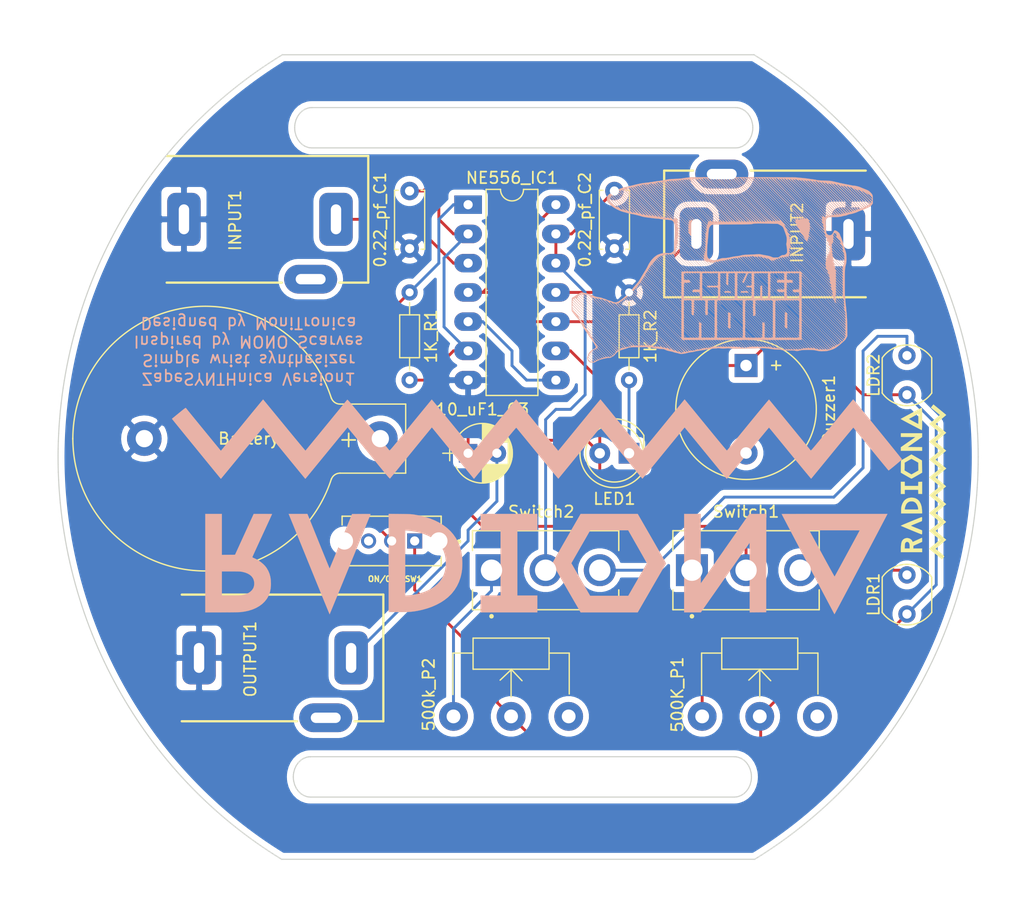
<source format=kicad_pcb>
(kicad_pcb (version 20171130) (host pcbnew "(5.1.12)-1")
  (layers (0 F.Cu signal) (31 B.Cu signal) (34 B.Paste user) (35 F.Paste user) (36 B.SilkS user) (37 F.SilkS user) (38 B.Mask user) (39 F.Mask user) (44 Edge.Cuts user))
  (net 0 "")
  (net 1 GND)
  (net 2 "Net-(0.22_pf_C1-Pad2)")
  (net 3 "Net-(0.22_pf_C2-Pad2)")
  (net 4 "Net-(10_uF1_C3-Pad1)")
  (net 5 "Net-(10_uF1_C3-Pad2)")
  (net 6 "Net-(10K_R1-Pad1)")
  (net 7 "Net-(1K_R2-Pad2)")
  (net 8 VCC)
  (net 9 "Net-(500K_P1-Pad3)")
  (net 10 "Net-(500K_P1-Pad1)")
  (net 11 "Net-(500k_P2-Pad3)")
  (net 12 "Net-(500k_P2-Pad1)")
  (net 13 "Net-(Baterija1-Pad1)")
  (net 14 "Net-(INPUT1-PadT)")
  (net 15 "Net-(INPUT2-PadT)")
  (net 16 "Net-(LDR1-Pad2)")
  (net 17 "Net-(LDR2-Pad2)")
  (net 18 "Net-(NE556_IC1-Pad5)")
  (net 19 "Net-(ON/OFF_SW1-Pad3)")
  (module cow3:kravamala (layer B.Cu) (at 177.8 109.22)
    (fp_text reference G*** hide)
    (fp_text value LOGO hide)
  )
  (module krava1:radionedisn (layer F.Cu) (at 154.94 78.74 90)
    (fp_text reference Ref** hide)
    (fp_text value Val** hide)
  )
  (module cow3:radionedisn (layer B.Cu) (at 143.51 120.65)
    (fp_text reference Ref** hide)
    (fp_text value Val** hide)
  )
  (module AudioJacks:Jack_3.5mm_QingPu_WQP-PJ302M_Horizontal (layer F.Cu) (at 114.34 116.84 270)
    (fp_text reference OUTPUT1 (at 0.1 -6.45 90) (layer F.SilkS))
    (fp_text value AudioJack3)
    (pad TN thru_hole oval (at 5.2 -13) (size 4.6 2.5) (drill oval 2.6 0.9) (layers *.Cu *.Mask))
    (pad T thru_hole roundrect (at 0 -15.2 270) (size 4.6 2.9) (drill oval 2.6 0.9) (layers *.Cu *.Mask) (net 5 "Net-(10_uF1_C3-Pad2)"))
    (pad S thru_hole roundrect (at 0 -2 270) (size 4.6 2.9) (drill oval 2.6 0.9) (layers *.Cu *.Mask) (net 1 GND))
  )
  (module AudioJacks:Jack_3.5mm_QingPu_WQP-PJ302M_Horizontal (layer F.Cu) (at 174.72 80.01 90)
    (fp_text reference INPUT2 (at 0.1 -6.45 90) (layer F.SilkS))
    (fp_text value AudioJack3)
    (pad TN thru_hole oval (at 5.2 -13 180) (size 4.6 2.5) (drill oval 2.6 0.9) (layers *.Cu *.Mask))
    (pad T thru_hole roundrect (at 0 -15.2 90) (size 4.6 2.9) (drill oval 2.6 0.9) (layers *.Cu *.Mask) (net 15 "Net-(INPUT2-PadT)"))
    (pad S thru_hole roundrect (at 0 -2 90) (size 4.6 2.9) (drill oval 2.6 0.9) (layers *.Cu *.Mask) (net 1 GND))
  )
  (module AudioJacks:Jack_3.5mm_QingPu_WQP-PJ302M_Horizontal (layer F.Cu) (at 113.03 78.74 270)
    (fp_text reference INPUT1 (at 0.1 -6.45 90) (layer F.SilkS))
    (fp_text value AudioJack3)
    (pad TN thru_hole oval (at 5.2 -13) (size 4.6 2.5) (drill oval 2.6 0.9) (layers *.Cu *.Mask))
    (pad T thru_hole roundrect (at 0 -15.2 270) (size 4.6 2.9) (drill oval 2.6 0.9) (layers *.Cu *.Mask) (net 14 "Net-(INPUT1-PadT)"))
    (pad S thru_hole roundrect (at 0 -2 270) (size 4.6 2.9) (drill oval 2.6 0.9) (layers *.Cu *.Mask) (net 1 GND))
  )
  (module Battery:BatteryHolder_Keystone_103_1x20mm (layer F.Cu) (at 132.08 97.79 180)
    (fp_text reference Battery (at 11.43 0) (layer F.SilkS))
    (fp_text value Battery_Cell)
    (fp_text user + (at 2.75 0) (layer F.SilkS) (effects (font (size 1.5 1.5))))
    (pad 1 thru_hole circle (at 0 0 180) (size 3 3) (drill 1.5) (layers *.Cu *.Mask) (net 13 "Net-(Baterija1-Pad1)"))
    (pad 2 thru_hole circle (at 20.49 0 180) (size 3 3) (drill 1.5) (layers *.Cu *.Mask) (net 1 GND))
  )
  (module SW_100:SW_100SP1T1B4M2QE (layer F.Cu) (at 146.43 109.22 90)
    (fp_text reference Switch2 (at 5.08 -0.38 180) (layer F.SilkS))
    (fp_text value SW_SPDT)
    (pad 3 thru_hole circle (at 0 4.7 90) (size 2.775 2.775) (drill 1.85) (layers *.Cu *.Mask) (net 17 "Net-(LDR2-Pad2)"))
    (pad 2 thru_hole circle (at 0 0 90) (size 2.775 2.775) (drill 1.85) (layers *.Cu *.Mask) (net 3 "Net-(0.22_pf_C2-Pad2)"))
    (pad 1 thru_hole rect (at 0 -4.7 90) (size 2.775 2.775) (drill 1.85) (layers *.Cu *.Mask) (net 12 "Net-(500k_P2-Pad1)"))
  )
  (module SW_100:SW_100SP1T1B4M2QE (layer F.Cu) (at 163.83 109.22 90)
    (fp_text reference Switch1 (at 5.08 0 180) (layer F.SilkS))
    (fp_text value SW_SPDT)
    (pad 3 thru_hole circle (at 0 4.7 90) (size 2.775 2.775) (drill 1.85) (layers *.Cu *.Mask) (net 16 "Net-(LDR1-Pad2)"))
    (pad 2 thru_hole circle (at 0 0 90) (size 2.775 2.775) (drill 1.85) (layers *.Cu *.Mask) (net 6 "Net-(10K_R1-Pad1)"))
    (pad 1 thru_hole rect (at 0 -4.7 90) (size 2.775 2.775) (drill 1.85) (layers *.Cu *.Mask) (net 10 "Net-(500K_P1-Pad1)"))
  )
  (module OS102011MS2QN:SW_OS102011MS2QN1 (layer F.Cu) (at 133.06 106.68 180)
    (fp_text reference ON/OFF_SW1 (at -0.29 -3.305417) (layer F.SilkS) (effects (font (size 0.48009 0.48009) (thickness 0.120023))))
    (fp_text value SW_SPDT)
    (pad None np_thru_hole circle (at 4.1 0 180) (size 1.5 1.5) (drill 1.5) (layers *.Cu *.Mask))
    (pad None np_thru_hole circle (at -4.1 0 180) (size 1.5 1.5) (drill 1.5) (layers *.Cu *.Mask))
    (pad 3 thru_hole circle (at 2 0 180) (size 1.308 1.308) (drill 0.8) (layers *.Cu *.Mask) (net 19 "Net-(ON/OFF_SW1-Pad3)"))
    (pad 2 thru_hole circle (at 0 0 180) (size 1.308 1.308) (drill 0.8) (layers *.Cu *.Mask) (net 13 "Net-(Baterija1-Pad1)"))
    (pad 1 thru_hole rect (at -2 0 180) (size 1.308 1.308) (drill 0.8) (layers *.Cu *.Mask) (net 8 VCC))
  )
  (module Housings_DIP:DIP-14_W7.62mm_LongPads (layer F.Cu) (at 139.7 77.47)
    (fp_text reference NE556_IC1 (at 3.81 -2.33) (layer F.SilkS))
    (fp_text value NE556N)
    (pad 1 thru_hole rect (at 0 0) (size 2.4 1.6) (drill 0.8) (layers *.Cu *.Mask) (net 6 "Net-(10K_R1-Pad1)"))
    (pad 8 thru_hole oval (at 7.62 15.24) (size 2.4 1.6) (drill 0.8) (layers *.Cu *.Mask) (net 18 "Net-(NE556_IC1-Pad5)"))
    (pad 2 thru_hole oval (at 0 2.54) (size 2.4 1.6) (drill 0.8) (layers *.Cu *.Mask) (net 2 "Net-(0.22_pf_C1-Pad2)"))
    (pad 9 thru_hole oval (at 7.62 12.7) (size 2.4 1.6) (drill 0.8) (layers *.Cu *.Mask) (net 4 "Net-(10_uF1_C3-Pad1)"))
    (pad 3 thru_hole oval (at 0 5.08) (size 2.4 1.6) (drill 0.8) (layers *.Cu *.Mask) (net 14 "Net-(INPUT1-PadT)"))
    (pad 10 thru_hole oval (at 7.62 10.16) (size 2.4 1.6) (drill 0.8) (layers *.Cu *.Mask) (net 8 VCC))
    (pad 4 thru_hole oval (at 0 7.62) (size 2.4 1.6) (drill 0.8) (layers *.Cu *.Mask) (net 8 VCC))
    (pad 11 thru_hole oval (at 7.62 7.62) (size 2.4 1.6) (drill 0.8) (layers *.Cu *.Mask) (net 15 "Net-(INPUT2-PadT)"))
    (pad 5 thru_hole oval (at 0 10.16) (size 2.4 1.6) (drill 0.8) (layers *.Cu *.Mask) (net 18 "Net-(NE556_IC1-Pad5)"))
    (pad 12 thru_hole oval (at 7.62 5.08) (size 2.4 1.6) (drill 0.8) (layers *.Cu *.Mask) (net 3 "Net-(0.22_pf_C2-Pad2)"))
    (pad 6 thru_hole oval (at 0 12.7) (size 2.4 1.6) (drill 0.8) (layers *.Cu *.Mask) (net 2 "Net-(0.22_pf_C1-Pad2)"))
    (pad 13 thru_hole oval (at 7.62 2.54) (size 2.4 1.6) (drill 0.8) (layers *.Cu *.Mask) (net 3 "Net-(0.22_pf_C2-Pad2)"))
    (pad 7 thru_hole oval (at 0 15.24) (size 2.4 1.6) (drill 0.8) (layers *.Cu *.Mask) (net 1 GND))
    (pad 14 thru_hole oval (at 7.62 0) (size 2.4 1.6) (drill 0.8) (layers *.Cu *.Mask) (net 8 VCC))
  )
  (module LEDs:LED_D5.0mm (layer F.Cu) (at 153.67 99.06 180)
    (fp_text reference LED1 (at 1.27 -3.96) (layer F.SilkS))
    (fp_text value LED)
    (pad 1 thru_hole rect (at 0 0 180) (size 1.8 1.8) (drill 0.9) (layers *.Cu *.Mask) (net 7 "Net-(1K_R2-Pad2)"))
    (pad 2 thru_hole circle (at 2.54 0 180) (size 1.8 1.8) (drill 0.9) (layers *.Cu *.Mask) (net 4 "Net-(10_uF1_C3-Pad1)"))
  )
  (module Opto-Devices:Resistor_LDR_5.1x4.3_RM3.4 (layer F.Cu) (at 177.8 93.98 90)
    (fp_text reference LDR2 (at 1.7 -2.9 90) (layer F.SilkS))
    (fp_text value 2)
    (pad 1 thru_hole circle (at 0 0 90) (size 1.5 1.5) (drill 0.8) (layers *.Cu *.Mask) (net 8 VCC))
    (pad 2 thru_hole circle (at 3.4 0 90) (size 1.5 1.5) (drill 0.8) (layers *.Cu *.Mask) (net 17 "Net-(LDR2-Pad2)"))
  )
  (module Opto-Devices:Resistor_LDR_5.1x4.3_RM3.4 (layer F.Cu) (at 177.8 113.03 90)
    (fp_text reference LDR1 (at 1.7 -2.9 90) (layer F.SilkS))
    (fp_text value 1)
    (pad 1 thru_hole circle (at 0 0 90) (size 1.5 1.5) (drill 0.8) (layers *.Cu *.Mask) (net 8 VCC))
    (pad 2 thru_hole circle (at 3.4 0 90) (size 1.5 1.5) (drill 0.8) (layers *.Cu *.Mask) (net 16 "Net-(LDR1-Pad2)"))
  )
  (module Buzzers_Beepers:Buzzer_12x9.5RM7.6 (layer F.Cu) (at 163.83 91.44 270)
    (fp_text reference Buzzer1 (at 3.8 -7.2 90) (layer F.SilkS))
    (fp_text value Buzzer)
    (fp_text user + (at -0.01 -2.54 90) (layer F.SilkS))
    (pad 1 thru_hole rect (at 0 0 270) (size 2 2) (drill 1) (layers *.Cu *.Mask) (net 8 VCC))
    (pad 2 thru_hole circle (at 7.6 0 270) (size 2 2) (drill 1) (layers *.Cu *.Mask) (net 4 "Net-(10_uF1_C3-Pad1)"))
  )
  (module Potentiometers:Potentiometer_WirePads (layer F.Cu) (at 138.43 121.92 90)
    (fp_text reference 500k_P2 (at 1.9 -2.15 90) (layer F.SilkS))
    (fp_text value 500K)
    (pad 2 thru_hole circle (at 0 5 90) (size 2.5 2.5) (drill 1.2) (layers *.Cu *.Mask) (net 8 VCC))
    (pad 3 thru_hole circle (at 0 10 90) (size 2.5 2.5) (drill 1.2) (layers *.Cu *.Mask) (net 11 "Net-(500k_P2-Pad3)"))
    (pad 1 thru_hole circle (at 0 0 90) (size 2.5 2.5) (drill 1.2) (layers *.Cu *.Mask) (net 12 "Net-(500k_P2-Pad1)"))
  )
  (module Potentiometers:Potentiometer_WirePads (layer F.Cu) (at 160.02 121.92 90)
    (fp_text reference 500K_P1 (at 1.9 -2.15 90) (layer F.SilkS))
    (fp_text value 500K)
    (pad 2 thru_hole circle (at 0 5 90) (size 2.5 2.5) (drill 1.2) (layers *.Cu *.Mask) (net 8 VCC))
    (pad 3 thru_hole circle (at 0 10 90) (size 2.5 2.5) (drill 1.2) (layers *.Cu *.Mask) (net 9 "Net-(500K_P1-Pad3)"))
    (pad 1 thru_hole circle (at 0 0 90) (size 2.5 2.5) (drill 1.2) (layers *.Cu *.Mask) (net 10 "Net-(500K_P1-Pad1)"))
  )
  (module Resistors_THT:R_Axial_DIN0204_L3.6mm_D1.6mm_P7.62mm_Horizontal (layer F.Cu) (at 153.67 85.09 270)
    (fp_text reference 1K_R2 (at 3.81 -1.86 90) (layer F.SilkS))
    (fp_text value "1 K")
    (pad 1 thru_hole circle (at 0 0 270) (size 1.4 1.4) (drill 0.7) (layers *.Cu *.Mask) (net 1 GND))
    (pad 2 thru_hole oval (at 7.62 0 270) (size 1.4 1.4) (drill 0.7) (layers *.Cu *.Mask) (net 7 "Net-(1K_R2-Pad2)"))
  )
  (module Resistors_THT:R_Axial_DIN0204_L3.6mm_D1.6mm_P7.62mm_Horizontal (layer F.Cu) (at 134.62 85.09 270)
    (fp_text reference 1K_R1 (at 3.81 -1.86 90) (layer F.SilkS))
    (fp_text value "1 K")
    (pad 1 thru_hole circle (at 0 0 270) (size 1.4 1.4) (drill 0.7) (layers *.Cu *.Mask) (net 6 "Net-(10K_R1-Pad1)"))
    (pad 2 thru_hole oval (at 7.62 0 270) (size 1.4 1.4) (drill 0.7) (layers *.Cu *.Mask) (net 2 "Net-(0.22_pf_C1-Pad2)"))
  )
  (module Capacitors_THT:CP_Radial_D5.0mm_P2.50mm (layer F.Cu) (at 139.7 99.06)
    (fp_text reference 10_uF1_C3 (at 1.25 -3.81) (layer F.SilkS))
    (fp_text value "CP ! 10 uF")
    (pad 1 thru_hole rect (at 0 0) (size 1.6 1.6) (drill 0.8) (layers *.Cu *.Mask) (net 4 "Net-(10_uF1_C3-Pad1)"))
    (pad 2 thru_hole circle (at 2.5 0) (size 1.6 1.6) (drill 0.8) (layers *.Cu *.Mask) (net 5 "Net-(10_uF1_C3-Pad2)"))
  )
  (module Capacitors_THT:C_Disc_D5.0mm_W2.5mm_P5.00mm (layer F.Cu) (at 152.4 81.28 90)
    (fp_text reference 0.22_pf_C2 (at 2.5 -2.56 90) (layer F.SilkS))
    (fp_text value "0.22 pf")
    (pad 1 thru_hole circle (at 0 0 90) (size 1.6 1.6) (drill 0.8) (layers *.Cu *.Mask) (net 1 GND))
    (pad 2 thru_hole circle (at 5 0 90) (size 1.6 1.6) (drill 0.8) (layers *.Cu *.Mask) (net 3 "Net-(0.22_pf_C2-Pad2)"))
  )
  (module Capacitors_THT:C_Disc_D5.0mm_W2.5mm_P5.00mm (layer F.Cu) (at 134.62 81.28 90)
    (fp_text reference 0.22_pf_C1 (at 2.5 -2.56 90) (layer F.SilkS))
    (fp_text value "0.22 pf")
    (pad 1 thru_hole circle (at 0 0 90) (size 1.6 1.6) (drill 0.8) (layers *.Cu *.Mask) (net 1 GND))
    (pad 2 thru_hole circle (at 5 0 90) (size 1.6 1.6) (drill 0.8) (layers *.Cu *.Mask) (net 2 "Net-(0.22_pf_C1-Pad2)"))
  )
  (module LOGO (layer F.Cu) (at 140.97 93.98)
    (fp_text reference G*** hide)
    (fp_text value LOGO hide)
  )
  (module LOGO (layer F.Cu) (at 140.97 93.98)
    (fp_text reference G*** hide)
    (fp_text value LOGO hide)
  )
  (module LOGO (layer F.Cu) (at 140.97 93.98)
    (fp_text reference G*** hide)
    (fp_text value LOGO hide)
  )
  (module LOGO (layer F.Cu) (at 140.97 93.98)
    (fp_text reference G*** hide)
    (fp_text value LOGO hide)
  )
  (module LOGO (layer F.Cu) (at 140.97 93.98)
    (fp_text reference G*** hide)
    (fp_text value LOGO hide)
  )
  (module LOGO (layer F.Cu) (at 140.97 93.98)
    (fp_text reference G*** hide)
    (fp_text value LOGO hide)
  )
  (module LOGO (layer F.Cu) (at 140.97 93.98)
    (fp_text reference G*** hide)
    (fp_text value LOGO hide)
  )
  (gr_text "ZapeSYNTHnica Version1\nSimple wrist synthesizer\nInspired by MONO Scarves\nDesigned by MoniTronica" (at 120.65 90.17 180) (layer B.SilkS) (effects (font (size 1 1)) (justify mirror)))
  (gr_line (start 164.5168 64.4464) (end 123.5675 64.4464) (layer Edge.Cuts) (width 0.1))
  (gr_line (start 123.5675 64.4464) (end 123.0063 64.7948) (layer Edge.Cuts) (width 0.1))
  (gr_line (start 123.0063 64.7948) (end 122.4518 65.1519) (layer Edge.Cuts) (width 0.1))
  (gr_line (start 122.4518 65.1519) (end 121.9044 65.5173) (layer Edge.Cuts) (width 0.1))
  (gr_line (start 121.9044 65.5173) (end 121.3639 65.8911) (layer Edge.Cuts) (width 0.1))
  (gr_line (start 121.3639 65.8911) (end 120.8304 66.273) (layer Edge.Cuts) (width 0.1))
  (gr_line (start 120.8304 66.273) (end 120.3042 66.6631) (layer Edge.Cuts) (width 0.1))
  (gr_line (start 120.3042 66.6631) (end 119.7851 67.0613) (layer Edge.Cuts) (width 0.1))
  (gr_line (start 119.7851 67.0613) (end 119.273 67.4672) (layer Edge.Cuts) (width 0.1))
  (gr_line (start 119.273 67.4672) (end 118.7685 67.8811) (layer Edge.Cuts) (width 0.1))
  (gr_line (start 118.7685 67.8811) (end 118.2714 68.3023) (layer Edge.Cuts) (width 0.1))
  (gr_line (start 118.2714 68.3023) (end 117.7817 68.7313) (layer Edge.Cuts) (width 0.1))
  (gr_line (start 117.7817 68.7313) (end 117.2995 69.1677) (layer Edge.Cuts) (width 0.1))
  (gr_line (start 117.2995 69.1677) (end 116.8248 69.6115) (layer Edge.Cuts) (width 0.1))
  (gr_line (start 116.8248 69.6115) (end 116.3578 70.0623) (layer Edge.Cuts) (width 0.1))
  (gr_line (start 116.3578 70.0623) (end 115.8985 70.5205) (layer Edge.Cuts) (width 0.1))
  (gr_line (start 115.8985 70.5205) (end 115.4469 70.9856) (layer Edge.Cuts) (width 0.1))
  (gr_line (start 115.4469 70.9856) (end 115.0031 71.4574) (layer Edge.Cuts) (width 0.1))
  (gr_line (start 115.0031 71.4574) (end 114.5673 71.9364) (layer Edge.Cuts) (width 0.1))
  (gr_line (start 114.5673 71.9364) (end 114.1393 72.4216) (layer Edge.Cuts) (width 0.1))
  (gr_line (start 114.1393 72.4216) (end 113.7194 72.9136) (layer Edge.Cuts) (width 0.1))
  (gr_line (start 113.7194 72.9136) (end 113.3075 73.4121) (layer Edge.Cuts) (width 0.1))
  (gr_line (start 113.3075 73.4121) (end 112.9037 73.9169) (layer Edge.Cuts) (width 0.1))
  (gr_line (start 112.9037 73.9169) (end 112.5082 74.4279) (layer Edge.Cuts) (width 0.1))
  (gr_line (start 112.5082 74.4279) (end 112.1208 74.9446) (layer Edge.Cuts) (width 0.1))
  (gr_line (start 112.1208 74.9446) (end 111.7418 75.468) (layer Edge.Cuts) (width 0.1))
  (gr_line (start 111.7418 75.468) (end 111.3711 75.9968) (layer Edge.Cuts) (width 0.1))
  (gr_line (start 111.3711 75.9968) (end 111.0088 76.5314) (layer Edge.Cuts) (width 0.1))
  (gr_line (start 111.0088 76.5314) (end 110.6552 77.072) (layer Edge.Cuts) (width 0.1))
  (gr_line (start 110.6552 77.072) (end 110.31 77.6181) (layer Edge.Cuts) (width 0.1))
  (gr_line (start 110.31 77.6181) (end 109.9735 78.1694) (layer Edge.Cuts) (width 0.1))
  (gr_line (start 109.9735 78.1694) (end 109.6456 78.7263) (layer Edge.Cuts) (width 0.1))
  (gr_line (start 109.6456 78.7263) (end 109.3264 79.288) (layer Edge.Cuts) (width 0.1))
  (gr_line (start 109.3264 79.288) (end 109.0161 79.8551) (layer Edge.Cuts) (width 0.1))
  (gr_line (start 109.0161 79.8551) (end 108.7146 80.4274) (layer Edge.Cuts) (width 0.1))
  (gr_line (start 108.7146 80.4274) (end 108.4221 81.0043) (layer Edge.Cuts) (width 0.1))
  (gr_line (start 108.4221 81.0043) (end 108.1386 81.5861) (layer Edge.Cuts) (width 0.1))
  (gr_line (start 108.1386 81.5861) (end 107.8641 82.1723) (layer Edge.Cuts) (width 0.1))
  (gr_line (start 107.8641 82.1723) (end 107.5986 82.7633) (layer Edge.Cuts) (width 0.1))
  (gr_line (start 107.5986 82.7633) (end 107.3424 83.3587) (layer Edge.Cuts) (width 0.1))
  (gr_line (start 107.3424 83.3587) (end 107.0955 83.9584) (layer Edge.Cuts) (width 0.1))
  (gr_line (start 107.0955 83.9584) (end 106.8578 84.5624) (layer Edge.Cuts) (width 0.1))
  (gr_line (start 106.8578 84.5624) (end 106.6295 85.1708) (layer Edge.Cuts) (width 0.1))
  (gr_line (start 106.6295 85.1708) (end 106.4105 85.7828) (layer Edge.Cuts) (width 0.1))
  (gr_line (start 106.4105 85.7828) (end 106.2012 86.3989) (layer Edge.Cuts) (width 0.1))
  (gr_line (start 106.2012 86.3989) (end 106.0013 87.0186) (layer Edge.Cuts) (width 0.1))
  (gr_line (start 106.0013 87.0186) (end 105.811 87.642) (layer Edge.Cuts) (width 0.1))
  (gr_line (start 105.811 87.642) (end 105.6304 88.2688) (layer Edge.Cuts) (width 0.1))
  (gr_line (start 105.6304 88.2688) (end 105.4595 88.8993) (layer Edge.Cuts) (width 0.1))
  (gr_line (start 105.4595 88.8993) (end 105.2986 89.5333) (layer Edge.Cuts) (width 0.1))
  (gr_line (start 105.2986 89.5333) (end 105.1473 90.1702) (layer Edge.Cuts) (width 0.1))
  (gr_line (start 105.1473 90.1702) (end 105.006 90.8104) (layer Edge.Cuts) (width 0.1))
  (gr_line (start 105.006 90.8104) (end 104.8747 91.4535) (layer Edge.Cuts) (width 0.1))
  (gr_line (start 104.8747 91.4535) (end 104.7534 92.0994) (layer Edge.Cuts) (width 0.1))
  (gr_line (start 104.7534 92.0994) (end 104.6422 92.7485) (layer Edge.Cuts) (width 0.1))
  (gr_line (start 104.6422 92.7485) (end 104.5412 93.3999) (layer Edge.Cuts) (width 0.1))
  (gr_line (start 104.5412 93.3999) (end 104.4505 94.0539) (layer Edge.Cuts) (width 0.1))
  (gr_line (start 104.4505 94.0539) (end 104.37 94.7102) (layer Edge.Cuts) (width 0.1))
  (gr_line (start 104.37 94.7102) (end 104.2999 95.3691) (layer Edge.Cuts) (width 0.1))
  (gr_line (start 104.2999 95.3691) (end 104.2401 96.0301) (layer Edge.Cuts) (width 0.1))
  (gr_line (start 104.2401 96.0301) (end 104.1909 96.6934) (layer Edge.Cuts) (width 0.1))
  (gr_line (start 104.1909 96.6934) (end 104.1522 97.3587) (layer Edge.Cuts) (width 0.1))
  (gr_line (start 104.1522 97.3587) (end 104.124 98.0255) (layer Edge.Cuts) (width 0.1))
  (gr_line (start 104.124 98.0255) (end 104.1066 98.6946) (layer Edge.Cuts) (width 0.1))
  (gr_line (start 104.1066 98.6946) (end 104.0998 99.3649) (layer Edge.Cuts) (width 0.1))
  (gr_line (start 104.0998 99.3649) (end 104.1052 100.0358) (layer Edge.Cuts) (width 0.1))
  (gr_line (start 104.1052 100.0358) (end 104.1213 100.7048) (layer Edge.Cuts) (width 0.1))
  (gr_line (start 104.1213 100.7048) (end 104.1481 101.3723) (layer Edge.Cuts) (width 0.1))
  (gr_line (start 104.1481 101.3723) (end 104.1855 102.0376) (layer Edge.Cuts) (width 0.1))
  (gr_line (start 104.1855 102.0376) (end 104.2334 102.7012) (layer Edge.Cuts) (width 0.1))
  (gr_line (start 104.2334 102.7012) (end 104.2919 103.3625) (layer Edge.Cuts) (width 0.1))
  (gr_line (start 104.2919 103.3625) (end 104.3607 104.0217) (layer Edge.Cuts) (width 0.1))
  (gr_line (start 104.3607 104.0217) (end 104.4398 104.6787) (layer Edge.Cuts) (width 0.1))
  (gr_line (start 104.4398 104.6787) (end 104.5294 105.333) (layer Edge.Cuts) (width 0.1))
  (gr_line (start 104.5294 105.333) (end 104.6291 105.9847) (layer Edge.Cuts) (width 0.1))
  (gr_line (start 104.6291 105.9847) (end 104.7391 106.6341) (layer Edge.Cuts) (width 0.1))
  (gr_line (start 104.7391 106.6341) (end 104.8591 107.2806) (layer Edge.Cuts) (width 0.1))
  (gr_line (start 104.8591 107.2806) (end 104.9892 107.9241) (layer Edge.Cuts) (width 0.1))
  (gr_line (start 104.9892 107.9241) (end 105.1293 108.5647) (layer Edge.Cuts) (width 0.1))
  (gr_line (start 105.1293 108.5647) (end 105.2793 109.2024) (layer Edge.Cuts) (width 0.1))
  (gr_line (start 105.2793 109.2024) (end 105.4391 109.8365) (layer Edge.Cuts) (width 0.1))
  (gr_line (start 105.4391 109.8365) (end 105.6088 110.4677) (layer Edge.Cuts) (width 0.1))
  (gr_line (start 105.6088 110.4677) (end 105.7882 111.0952) (layer Edge.Cuts) (width 0.1))
  (gr_line (start 105.7882 111.0952) (end 105.9774 111.7192) (layer Edge.Cuts) (width 0.1))
  (gr_line (start 105.9774 111.7192) (end 106.1761 112.3396) (layer Edge.Cuts) (width 0.1))
  (gr_line (start 106.1761 112.3396) (end 106.3843 112.9563) (layer Edge.Cuts) (width 0.1))
  (gr_line (start 106.3843 112.9563) (end 106.6022 113.5688) (layer Edge.Cuts) (width 0.1))
  (gr_line (start 106.6022 113.5688) (end 106.8294 114.1775) (layer Edge.Cuts) (width 0.1))
  (gr_line (start 106.8294 114.1775) (end 107.066 114.7821) (layer Edge.Cuts) (width 0.1))
  (gr_line (start 107.066 114.7821) (end 107.3118 115.3828) (layer Edge.Cuts) (width 0.1))
  (gr_line (start 107.3118 115.3828) (end 107.567 115.9788) (layer Edge.Cuts) (width 0.1))
  (gr_line (start 107.567 115.9788) (end 107.8314 116.5705) (layer Edge.Cuts) (width 0.1))
  (gr_line (start 107.8314 116.5705) (end 108.1048 117.1575) (layer Edge.Cuts) (width 0.1))
  (gr_line (start 108.1048 117.1575) (end 108.3873 117.74) (layer Edge.Cuts) (width 0.1))
  (gr_line (start 108.3873 117.74) (end 108.6789 118.3178) (layer Edge.Cuts) (width 0.1))
  (gr_line (start 108.6789 118.3178) (end 108.9794 118.8907) (layer Edge.Cuts) (width 0.1))
  (gr_line (start 108.9794 118.8907) (end 109.2887 119.4584) (layer Edge.Cuts) (width 0.1))
  (gr_line (start 109.2887 119.4584) (end 109.6069 120.0211) (layer Edge.Cuts) (width 0.1))
  (gr_line (start 109.6069 120.0211) (end 109.9339 120.5789) (layer Edge.Cuts) (width 0.1))
  (gr_line (start 109.9339 120.5789) (end 110.2695 121.1311) (layer Edge.Cuts) (width 0.1))
  (gr_line (start 110.2695 121.1311) (end 110.6137 121.6778) (layer Edge.Cuts) (width 0.1))
  (gr_line (start 110.6137 121.6778) (end 110.9665 122.2189) (layer Edge.Cuts) (width 0.1))
  (gr_line (start 110.9665 122.2189) (end 111.3279 122.7545) (layer Edge.Cuts) (width 0.1))
  (gr_line (start 111.3279 122.7545) (end 111.6978 123.2844) (layer Edge.Cuts) (width 0.1))
  (gr_line (start 111.6978 123.2844) (end 112.0758 123.8085) (layer Edge.Cuts) (width 0.1))
  (gr_line (start 112.0758 123.8085) (end 112.4624 124.3262) (layer Edge.Cuts) (width 0.1))
  (gr_line (start 112.4624 124.3262) (end 112.8571 124.8381) (layer Edge.Cuts) (width 0.1))
  (gr_line (start 112.8571 124.8381) (end 113.2601 125.3438) (layer Edge.Cuts) (width 0.1))
  (gr_line (start 113.2601 125.3438) (end 113.6712 125.8431) (layer Edge.Cuts) (width 0.1))
  (gr_line (start 113.6712 125.8431) (end 114.0904 126.3362) (layer Edge.Cuts) (width 0.1))
  (gr_line (start 114.0904 126.3362) (end 114.5176 126.8224) (layer Edge.Cuts) (width 0.1))
  (gr_line (start 114.5176 126.8224) (end 114.9527 127.3023) (layer Edge.Cuts) (width 0.1))
  (gr_line (start 114.9527 127.3023) (end 115.3958 127.775) (layer Edge.Cuts) (width 0.1))
  (gr_line (start 115.3958 127.775) (end 115.8466 128.2413) (layer Edge.Cuts) (width 0.1))
  (gr_line (start 115.8466 128.2413) (end 116.3053 128.7002) (layer Edge.Cuts) (width 0.1))
  (gr_line (start 116.3053 128.7002) (end 116.7716 129.1522) (layer Edge.Cuts) (width 0.1))
  (gr_line (start 116.7716 129.1522) (end 117.2457 129.5969) (layer Edge.Cuts) (width 0.1))
  (gr_line (start 117.2457 129.5969) (end 117.7272 130.0345) (layer Edge.Cuts) (width 0.1))
  (gr_line (start 117.7272 130.0345) (end 118.2163 130.4644) (layer Edge.Cuts) (width 0.1))
  (gr_line (start 118.2163 130.4644) (end 118.7129 130.8869) (layer Edge.Cuts) (width 0.1))
  (gr_line (start 118.7129 130.8869) (end 119.2168 131.3017) (layer Edge.Cuts) (width 0.1))
  (gr_line (start 119.2168 131.3017) (end 119.7283 131.7088) (layer Edge.Cuts) (width 0.1))
  (gr_line (start 119.7283 131.7088) (end 120.2467 132.1079) (layer Edge.Cuts) (width 0.1))
  (gr_line (start 120.2467 132.1079) (end 120.7724 132.499) (layer Edge.Cuts) (width 0.1))
  (gr_line (start 120.7724 132.499) (end 121.3053 132.882) (layer Edge.Cuts) (width 0.1))
  (gr_line (start 121.3053 132.882) (end 121.8455 133.2571) (layer Edge.Cuts) (width 0.1))
  (gr_line (start 121.8455 133.2571) (end 122.3926 133.6234) (layer Edge.Cuts) (width 0.1))
  (gr_line (start 122.3926 133.6234) (end 122.9464 133.9815) (layer Edge.Cuts) (width 0.1))
  (gr_line (start 122.9464 133.9815) (end 123.5074 134.3311) (layer Edge.Cuts) (width 0.1))
  (gr_line (start 123.5074 134.3311) (end 164.5769 134.3311) (layer Edge.Cuts) (width 0.1))
  (gr_line (start 164.5769 134.3311) (end 165.1376 133.9815) (layer Edge.Cuts) (width 0.1))
  (gr_line (start 165.1376 133.9815) (end 165.6917 133.6234) (layer Edge.Cuts) (width 0.1))
  (gr_line (start 165.6917 133.6234) (end 166.2388 133.2571) (layer Edge.Cuts) (width 0.1))
  (gr_line (start 166.2388 133.2571) (end 166.779 132.882) (layer Edge.Cuts) (width 0.1))
  (gr_line (start 166.779 132.882) (end 167.3119 132.499) (layer Edge.Cuts) (width 0.1))
  (gr_line (start 167.3119 132.499) (end 167.8377 132.1079) (layer Edge.Cuts) (width 0.1))
  (gr_line (start 167.8377 132.1079) (end 168.3561 131.7088) (layer Edge.Cuts) (width 0.1))
  (gr_line (start 168.3561 131.7088) (end 168.8675 131.3017) (layer Edge.Cuts) (width 0.1))
  (gr_line (start 168.8675 131.3017) (end 169.3715 130.8869) (layer Edge.Cuts) (width 0.1))
  (gr_line (start 169.3715 130.8869) (end 169.8679 130.4644) (layer Edge.Cuts) (width 0.1))
  (gr_line (start 169.8679 130.4644) (end 170.3571 130.0345) (layer Edge.Cuts) (width 0.1))
  (gr_line (start 170.3571 130.0345) (end 170.8386 129.5969) (layer Edge.Cuts) (width 0.1))
  (gr_line (start 170.8386 129.5969) (end 171.3127 129.1522) (layer Edge.Cuts) (width 0.1))
  (gr_line (start 171.3127 129.1522) (end 171.7789 128.7002) (layer Edge.Cuts) (width 0.1))
  (gr_line (start 171.7789 128.7002) (end 172.2376 128.2413) (layer Edge.Cuts) (width 0.1))
  (gr_line (start 172.2376 128.2413) (end 172.6883 127.775) (layer Edge.Cuts) (width 0.1))
  (gr_line (start 172.6883 127.775) (end 173.1316 127.3023) (layer Edge.Cuts) (width 0.1))
  (gr_line (start 173.1316 127.3023) (end 173.5667 126.8224) (layer Edge.Cuts) (width 0.1))
  (gr_line (start 173.5667 126.8224) (end 173.994 126.3362) (layer Edge.Cuts) (width 0.1))
  (gr_line (start 173.994 126.3362) (end 174.413 125.8431) (layer Edge.Cuts) (width 0.1))
  (gr_line (start 174.413 125.8431) (end 174.824 125.3438) (layer Edge.Cuts) (width 0.1))
  (gr_line (start 174.824 125.3438) (end 175.2272 124.8381) (layer Edge.Cuts) (width 0.1))
  (gr_line (start 175.2272 124.8381) (end 175.6218 124.3262) (layer Edge.Cuts) (width 0.1))
  (gr_line (start 175.6218 124.3262) (end 176.0083 123.8085) (layer Edge.Cuts) (width 0.1))
  (gr_line (start 176.0083 123.8085) (end 176.3866 123.2844) (layer Edge.Cuts) (width 0.1))
  (gr_line (start 176.3866 123.2844) (end 176.7565 122.7545) (layer Edge.Cuts) (width 0.1))
  (gr_line (start 176.7565 122.7545) (end 177.1177 122.2189) (layer Edge.Cuts) (width 0.1))
  (gr_line (start 177.1177 122.2189) (end 177.4706 121.6778) (layer Edge.Cuts) (width 0.1))
  (gr_line (start 177.4706 121.6778) (end 177.8148 121.1311) (layer Edge.Cuts) (width 0.1))
  (gr_line (start 177.8148 121.1311) (end 178.1505 120.5789) (layer Edge.Cuts) (width 0.1))
  (gr_line (start 178.1505 120.5789) (end 178.4773 120.0211) (layer Edge.Cuts) (width 0.1))
  (gr_line (start 178.4773 120.0211) (end 178.7955 119.4584) (layer Edge.Cuts) (width 0.1))
  (gr_line (start 178.7955 119.4584) (end 179.105 118.8907) (layer Edge.Cuts) (width 0.1))
  (gr_line (start 179.105 118.8907) (end 179.4054 118.3178) (layer Edge.Cuts) (width 0.1))
  (gr_line (start 179.4054 118.3178) (end 179.6969 117.74) (layer Edge.Cuts) (width 0.1))
  (gr_line (start 179.6969 117.74) (end 179.9795 117.1575) (layer Edge.Cuts) (width 0.1))
  (gr_line (start 179.9795 117.1575) (end 180.253 116.5705) (layer Edge.Cuts) (width 0.1))
  (gr_line (start 180.253 116.5705) (end 180.5172 115.9788) (layer Edge.Cuts) (width 0.1))
  (gr_line (start 180.5172 115.9788) (end 180.7724 115.3828) (layer Edge.Cuts) (width 0.1))
  (gr_line (start 180.7724 115.3828) (end 181.0184 114.7821) (layer Edge.Cuts) (width 0.1))
  (gr_line (start 181.0184 114.7821) (end 181.2549 114.1775) (layer Edge.Cuts) (width 0.1))
  (gr_line (start 181.2549 114.1775) (end 181.4823 113.5688) (layer Edge.Cuts) (width 0.1))
  (gr_line (start 181.4823 113.5688) (end 181.7 112.9563) (layer Edge.Cuts) (width 0.1))
  (gr_line (start 181.7 112.9563) (end 181.9082 112.3396) (layer Edge.Cuts) (width 0.1))
  (gr_line (start 181.9082 112.3396) (end 182.1069 111.7192) (layer Edge.Cuts) (width 0.1))
  (gr_line (start 182.1069 111.7192) (end 182.296 111.0952) (layer Edge.Cuts) (width 0.1))
  (gr_line (start 182.296 111.0952) (end 182.4754 110.4677) (layer Edge.Cuts) (width 0.1))
  (gr_line (start 182.4754 110.4677) (end 182.6451 109.8365) (layer Edge.Cuts) (width 0.1))
  (gr_line (start 182.6451 109.8365) (end 182.8051 109.2024) (layer Edge.Cuts) (width 0.1))
  (gr_line (start 182.8051 109.2024) (end 182.9551 108.5647) (layer Edge.Cuts) (width 0.1))
  (gr_line (start 182.9551 108.5647) (end 183.0952 107.9241) (layer Edge.Cuts) (width 0.1))
  (gr_line (start 183.0952 107.9241) (end 183.2251 107.2806) (layer Edge.Cuts) (width 0.1))
  (gr_line (start 183.2251 107.2806) (end 183.3453 106.6341) (layer Edge.Cuts) (width 0.1))
  (gr_line (start 183.3453 106.6341) (end 183.4552 105.9847) (layer Edge.Cuts) (width 0.1))
  (gr_line (start 183.4552 105.9847) (end 183.5548 105.333) (layer Edge.Cuts) (width 0.1))
  (gr_line (start 183.5548 105.333) (end 183.6445 104.6787) (layer Edge.Cuts) (width 0.1))
  (gr_line (start 183.6445 104.6787) (end 183.7236 104.0217) (layer Edge.Cuts) (width 0.1))
  (gr_line (start 183.7236 104.0217) (end 183.7924 103.3626) (layer Edge.Cuts) (width 0.1))
  (gr_line (start 183.7924 103.3626) (end 183.851 102.7012) (layer Edge.Cuts) (width 0.1))
  (gr_line (start 183.851 102.7012) (end 183.8987 102.0376) (layer Edge.Cuts) (width 0.1))
  (gr_line (start 183.8987 102.0376) (end 183.9361 101.3723) (layer Edge.Cuts) (width 0.1))
  (gr_line (start 183.9361 101.3723) (end 183.963 100.7048) (layer Edge.Cuts) (width 0.1))
  (gr_line (start 183.963 100.7048) (end 183.979 100.0358) (layer Edge.Cuts) (width 0.1))
  (gr_line (start 183.979 100.0358) (end 183.9844 99.3649) (layer Edge.Cuts) (width 0.1))
  (gr_line (start 183.9844 99.3649) (end 183.9778 98.6946) (layer Edge.Cuts) (width 0.1))
  (gr_line (start 183.9778 98.6946) (end 183.9603 98.0255) (layer Edge.Cuts) (width 0.1))
  (gr_line (start 183.9603 98.0255) (end 183.9322 97.3587) (layer Edge.Cuts) (width 0.1))
  (gr_line (start 183.9322 97.3587) (end 183.8936 96.6934) (layer Edge.Cuts) (width 0.1))
  (gr_line (start 183.8936 96.6934) (end 183.844 96.0301) (layer Edge.Cuts) (width 0.1))
  (gr_line (start 183.844 96.0301) (end 183.7847 95.3691) (layer Edge.Cuts) (width 0.1))
  (gr_line (start 183.7847 95.3691) (end 183.7143 94.7102) (layer Edge.Cuts) (width 0.1))
  (gr_line (start 183.7143 94.7102) (end 183.634 94.0539) (layer Edge.Cuts) (width 0.1))
  (gr_line (start 183.634 94.0539) (end 183.5431 93.3999) (layer Edge.Cuts) (width 0.1))
  (gr_line (start 183.5431 93.3999) (end 183.4422 92.7485) (layer Edge.Cuts) (width 0.1))
  (gr_line (start 183.4422 92.7485) (end 183.3308 92.0994) (layer Edge.Cuts) (width 0.1))
  (gr_line (start 183.3308 92.0994) (end 183.2097 91.4535) (layer Edge.Cuts) (width 0.1))
  (gr_line (start 183.2097 91.4535) (end 183.0783 90.8104) (layer Edge.Cuts) (width 0.1))
  (gr_line (start 183.0783 90.8104) (end 182.937 90.1702) (layer Edge.Cuts) (width 0.1))
  (gr_line (start 182.937 90.1702) (end 182.7858 89.5333) (layer Edge.Cuts) (width 0.1))
  (gr_line (start 182.7858 89.5333) (end 182.6249 88.8993) (layer Edge.Cuts) (width 0.1))
  (gr_line (start 182.6249 88.8993) (end 182.4539 88.2688) (layer Edge.Cuts) (width 0.1))
  (gr_line (start 182.4539 88.2688) (end 182.2734 87.642) (layer Edge.Cuts) (width 0.1))
  (gr_line (start 182.2734 87.642) (end 182.0831 87.0186) (layer Edge.Cuts) (width 0.1))
  (gr_line (start 182.0831 87.0186) (end 181.8833 86.3989) (layer Edge.Cuts) (width 0.1))
  (gr_line (start 181.8833 86.3989) (end 181.6737 85.7828) (layer Edge.Cuts) (width 0.1))
  (gr_line (start 181.6737 85.7828) (end 181.4548 85.1708) (layer Edge.Cuts) (width 0.1))
  (gr_line (start 181.4548 85.1708) (end 181.2265 84.5624) (layer Edge.Cuts) (width 0.1))
  (gr_line (start 181.2265 84.5624) (end 180.9889 83.9584) (layer Edge.Cuts) (width 0.1))
  (gr_line (start 180.9889 83.9584) (end 180.7419 83.3587) (layer Edge.Cuts) (width 0.1))
  (gr_line (start 180.7419 83.3587) (end 180.4858 82.7633) (layer Edge.Cuts) (width 0.1))
  (gr_line (start 180.4858 82.7633) (end 180.2204 82.1723) (layer Edge.Cuts) (width 0.1))
  (gr_line (start 180.2204 82.1723) (end 179.9457 81.5861) (layer Edge.Cuts) (width 0.1))
  (gr_line (start 179.9457 81.5861) (end 179.6621 81.0043) (layer Edge.Cuts) (width 0.1))
  (gr_line (start 179.6621 81.0043) (end 179.3698 80.4274) (layer Edge.Cuts) (width 0.1))
  (gr_line (start 179.3698 80.4274) (end 179.0683 79.8551) (layer Edge.Cuts) (width 0.1))
  (gr_line (start 179.0683 79.8551) (end 178.7578 79.288) (layer Edge.Cuts) (width 0.1))
  (gr_line (start 178.7578 79.288) (end 178.4386 78.7263) (layer Edge.Cuts) (width 0.1))
  (gr_line (start 178.4386 78.7263) (end 178.1111 78.1694) (layer Edge.Cuts) (width 0.1))
  (gr_line (start 178.1111 78.1694) (end 177.7744 77.6181) (layer Edge.Cuts) (width 0.1))
  (gr_line (start 177.7744 77.6181) (end 177.4292 77.072) (layer Edge.Cuts) (width 0.1))
  (gr_line (start 177.4292 77.072) (end 177.0754 76.5314) (layer Edge.Cuts) (width 0.1))
  (gr_line (start 177.0754 76.5314) (end 176.7133 75.9968) (layer Edge.Cuts) (width 0.1))
  (gr_line (start 176.7133 75.9968) (end 176.3426 75.468) (layer Edge.Cuts) (width 0.1))
  (gr_line (start 176.3426 75.468) (end 175.9636 74.9446) (layer Edge.Cuts) (width 0.1))
  (gr_line (start 175.9636 74.9446) (end 175.5762 74.4279) (layer Edge.Cuts) (width 0.1))
  (gr_line (start 175.5762 74.4279) (end 175.1807 73.9169) (layer Edge.Cuts) (width 0.1))
  (gr_line (start 175.1807 73.9169) (end 174.7769 73.4121) (layer Edge.Cuts) (width 0.1))
  (gr_line (start 174.7769 73.4121) (end 174.3651 72.9136) (layer Edge.Cuts) (width 0.1))
  (gr_line (start 174.3651 72.9136) (end 173.9451 72.4216) (layer Edge.Cuts) (width 0.1))
  (gr_line (start 173.9451 72.4216) (end 173.517 71.9364) (layer Edge.Cuts) (width 0.1))
  (gr_line (start 173.517 71.9364) (end 173.0812 71.4574) (layer Edge.Cuts) (width 0.1))
  (gr_line (start 173.0812 71.4574) (end 172.6373 70.9856) (layer Edge.Cuts) (width 0.1))
  (gr_line (start 172.6373 70.9856) (end 172.186 70.5205) (layer Edge.Cuts) (width 0.1))
  (gr_line (start 172.186 70.5205) (end 171.7264 70.0623) (layer Edge.Cuts) (width 0.1))
  (gr_line (start 171.7264 70.0623) (end 171.2596 69.6115) (layer Edge.Cuts) (width 0.1))
  (gr_line (start 171.2596 69.6115) (end 170.7849 69.1677) (layer Edge.Cuts) (width 0.1))
  (gr_line (start 170.7849 69.1677) (end 170.3027 68.7313) (layer Edge.Cuts) (width 0.1))
  (gr_line (start 170.3027 68.7313) (end 169.813 68.3023) (layer Edge.Cuts) (width 0.1))
  (gr_line (start 169.813 68.3023) (end 169.3157 67.8811) (layer Edge.Cuts) (width 0.1))
  (gr_line (start 169.3157 67.8811) (end 168.8112 67.4672) (layer Edge.Cuts) (width 0.1))
  (gr_line (start 168.8112 67.4672) (end 168.2993 67.0613) (layer Edge.Cuts) (width 0.1))
  (gr_line (start 168.2993 67.0613) (end 167.7803 66.6631) (layer Edge.Cuts) (width 0.1))
  (gr_line (start 167.7803 66.6631) (end 167.254 66.273) (layer Edge.Cuts) (width 0.1))
  (gr_line (start 167.254 66.273) (end 166.7205 65.8911) (layer Edge.Cuts) (width 0.1))
  (gr_line (start 166.7205 65.8911) (end 166.1799 65.5173) (layer Edge.Cuts) (width 0.1))
  (gr_line (start 166.1799 65.5173) (end 165.6325 65.1519) (layer Edge.Cuts) (width 0.1))
  (gr_line (start 165.6325 65.1519) (end 165.0782 64.7948) (layer Edge.Cuts) (width 0.1))
  (gr_line (start 165.0782 64.7948) (end 164.5168 64.4464) (layer Edge.Cuts) (width 0.1))
  (gr_line (start 164.5168 64.4464) (end 164.5168 64.4464) (layer Edge.Cuts) (width 0.1))
  (gr_line (start 164.5168 64.4464) (end 164.5168 64.4464) (layer Edge.Cuts) (width 0.1))
  (gr_line (start 126.1323 69.0339) (end 162.9245 69.0339) (layer Edge.Cuts) (width 0.1))
  (gr_line (start 162.9245 69.0339) (end 163.0775 69.0417) (layer Edge.Cuts) (width 0.1))
  (gr_line (start 163.0775 69.0417) (end 163.226 69.0679) (layer Edge.Cuts) (width 0.1))
  (gr_line (start 163.226 69.0679) (end 163.5063 69.1698) (layer Edge.Cuts) (width 0.1))
  (gr_line (start 163.5063 69.1698) (end 163.7596 69.3311) (layer Edge.Cuts) (width 0.1))
  (gr_line (start 163.7596 69.3311) (end 163.9802 69.5448) (layer Edge.Cuts) (width 0.1))
  (gr_line (start 163.9802 69.5448) (end 164.162 69.8042) (layer Edge.Cuts) (width 0.1))
  (gr_line (start 164.162 69.8042) (end 164.2993 70.1021) (layer Edge.Cuts) (width 0.1))
  (gr_line (start 164.2993 70.1021) (end 164.386 70.4316) (layer Edge.Cuts) (width 0.1))
  (gr_line (start 164.386 70.4316) (end 164.4085 70.6062) (layer Edge.Cuts) (width 0.1))
  (gr_line (start 164.4085 70.6062) (end 164.4162 70.786) (layer Edge.Cuts) (width 0.1))
  (gr_line (start 164.4162 70.786) (end 164.4162 70.786) (layer Edge.Cuts) (width 0.1))
  (gr_line (start 164.4162 70.786) (end 164.4085 70.9658) (layer Edge.Cuts) (width 0.1))
  (gr_line (start 164.4085 70.9658) (end 164.386 71.1402) (layer Edge.Cuts) (width 0.1))
  (gr_line (start 164.386 71.1402) (end 164.2993 71.4698) (layer Edge.Cuts) (width 0.1))
  (gr_line (start 164.2993 71.4698) (end 164.162 71.7678) (layer Edge.Cuts) (width 0.1))
  (gr_line (start 164.162 71.7678) (end 163.9802 72.027) (layer Edge.Cuts) (width 0.1))
  (gr_line (start 163.9802 72.027) (end 163.7596 72.2409) (layer Edge.Cuts) (width 0.1))
  (gr_line (start 163.7596 72.2409) (end 163.5063 72.4022) (layer Edge.Cuts) (width 0.1))
  (gr_line (start 163.5063 72.4022) (end 163.226 72.5041) (layer Edge.Cuts) (width 0.1))
  (gr_line (start 163.226 72.5041) (end 163.0775 72.5303) (layer Edge.Cuts) (width 0.1))
  (gr_line (start 163.0775 72.5303) (end 162.9245 72.5382) (layer Edge.Cuts) (width 0.1))
  (gr_line (start 162.9245 72.5382) (end 126.1323 72.5382) (layer Edge.Cuts) (width 0.1))
  (gr_line (start 126.1323 72.5382) (end 125.9794 72.5303) (layer Edge.Cuts) (width 0.1))
  (gr_line (start 125.9794 72.5303) (end 125.831 72.5041) (layer Edge.Cuts) (width 0.1))
  (gr_line (start 125.831 72.5041) (end 125.5507 72.4022) (layer Edge.Cuts) (width 0.1))
  (gr_line (start 125.5507 72.4022) (end 125.2972 72.2409) (layer Edge.Cuts) (width 0.1))
  (gr_line (start 125.2972 72.2409) (end 125.0766 72.027) (layer Edge.Cuts) (width 0.1))
  (gr_line (start 125.0766 72.027) (end 124.8947 71.7677) (layer Edge.Cuts) (width 0.1))
  (gr_line (start 124.8947 71.7677) (end 124.7576 71.4698) (layer Edge.Cuts) (width 0.1))
  (gr_line (start 124.7576 71.4698) (end 124.6709 71.1402) (layer Edge.Cuts) (width 0.1))
  (gr_line (start 124.6709 71.1402) (end 124.6484 70.9658) (layer Edge.Cuts) (width 0.1))
  (gr_line (start 124.6484 70.9658) (end 124.6407 70.786) (layer Edge.Cuts) (width 0.1))
  (gr_line (start 124.6407 70.786) (end 124.6407 70.786) (layer Edge.Cuts) (width 0.1))
  (gr_line (start 124.6407 70.786) (end 124.6484 70.6062) (layer Edge.Cuts) (width 0.1))
  (gr_line (start 124.6484 70.6062) (end 124.6709 70.4316) (layer Edge.Cuts) (width 0.1))
  (gr_line (start 124.6709 70.4316) (end 124.7576 70.102) (layer Edge.Cuts) (width 0.1))
  (gr_line (start 124.7576 70.102) (end 124.8947 69.8042) (layer Edge.Cuts) (width 0.1))
  (gr_line (start 124.8947 69.8042) (end 125.0766 69.5448) (layer Edge.Cuts) (width 0.1))
  (gr_line (start 125.0766 69.5448) (end 125.2972 69.331) (layer Edge.Cuts) (width 0.1))
  (gr_line (start 125.2972 69.331) (end 125.5507 69.1697) (layer Edge.Cuts) (width 0.1))
  (gr_line (start 125.5507 69.1697) (end 125.831 69.0678) (layer Edge.Cuts) (width 0.1))
  (gr_line (start 125.831 69.0678) (end 125.9794 69.0417) (layer Edge.Cuts) (width 0.1))
  (gr_line (start 125.9794 69.0417) (end 126.1323 69.0339) (layer Edge.Cuts) (width 0.1))
  (gr_line (start 126.1323 69.0339) (end 126.1323 69.0339) (layer Edge.Cuts) (width 0.1))
  (gr_line (start 126.1323 69.0339) (end 126.1323 69.0339) (layer Edge.Cuts) (width 0.1))
  (gr_line (start 126.0155 125.4219) (end 162.8078 125.4219) (layer Edge.Cuts) (width 0.1))
  (gr_line (start 162.8078 125.4219) (end 162.9607 125.4297) (layer Edge.Cuts) (width 0.1))
  (gr_line (start 162.9607 125.4297) (end 163.1091 125.4558) (layer Edge.Cuts) (width 0.1))
  (gr_line (start 163.1091 125.4558) (end 163.3894 125.5577) (layer Edge.Cuts) (width 0.1))
  (gr_line (start 163.3894 125.5577) (end 163.6428 125.719) (layer Edge.Cuts) (width 0.1))
  (gr_line (start 163.6428 125.719) (end 163.8635 125.9329) (layer Edge.Cuts) (width 0.1))
  (gr_line (start 163.8635 125.9329) (end 164.0453 126.1921) (layer Edge.Cuts) (width 0.1))
  (gr_line (start 164.0453 126.1921) (end 164.1824 126.4901) (layer Edge.Cuts) (width 0.1))
  (gr_line (start 164.1824 126.4901) (end 164.2692 126.8197) (layer Edge.Cuts) (width 0.1))
  (gr_line (start 164.2692 126.8197) (end 164.2916 126.9941) (layer Edge.Cuts) (width 0.1))
  (gr_line (start 164.2916 126.9941) (end 164.2994 127.1739) (layer Edge.Cuts) (width 0.1))
  (gr_line (start 164.2994 127.1739) (end 164.2994 127.1739) (layer Edge.Cuts) (width 0.1))
  (gr_line (start 164.2994 127.1739) (end 164.2916 127.3537) (layer Edge.Cuts) (width 0.1))
  (gr_line (start 164.2916 127.3537) (end 164.2692 127.5283) (layer Edge.Cuts) (width 0.1))
  (gr_line (start 164.2692 127.5283) (end 164.1824 127.8578) (layer Edge.Cuts) (width 0.1))
  (gr_line (start 164.1824 127.8578) (end 164.0453 128.1557) (layer Edge.Cuts) (width 0.1))
  (gr_line (start 164.0453 128.1557) (end 163.8635 128.4151) (layer Edge.Cuts) (width 0.1))
  (gr_line (start 163.8635 128.4151) (end 163.6428 128.6288) (layer Edge.Cuts) (width 0.1))
  (gr_line (start 163.6428 128.6288) (end 163.3894 128.7901) (layer Edge.Cuts) (width 0.1))
  (gr_line (start 163.3894 128.7901) (end 163.1091 128.892) (layer Edge.Cuts) (width 0.1))
  (gr_line (start 163.1091 128.892) (end 162.9607 128.9182) (layer Edge.Cuts) (width 0.1))
  (gr_line (start 162.9607 128.9182) (end 162.8078 128.926) (layer Edge.Cuts) (width 0.1))
  (gr_line (start 162.8078 128.926) (end 126.0155 128.926) (layer Edge.Cuts) (width 0.1))
  (gr_line (start 126.0155 128.926) (end 125.8626 128.9182) (layer Edge.Cuts) (width 0.1))
  (gr_line (start 125.8626 128.9182) (end 125.7141 128.892) (layer Edge.Cuts) (width 0.1))
  (gr_line (start 125.7141 128.892) (end 125.4338 128.7901) (layer Edge.Cuts) (width 0.1))
  (gr_line (start 125.4338 128.7901) (end 125.1805 128.6289) (layer Edge.Cuts) (width 0.1))
  (gr_line (start 125.1805 128.6289) (end 124.9598 128.4151) (layer Edge.Cuts) (width 0.1))
  (gr_line (start 124.9598 128.4151) (end 124.7781 128.1557) (layer Edge.Cuts) (width 0.1))
  (gr_line (start 124.7781 128.1557) (end 124.6408 127.8579) (layer Edge.Cuts) (width 0.1))
  (gr_line (start 124.6408 127.8579) (end 124.5541 127.5283) (layer Edge.Cuts) (width 0.1))
  (gr_line (start 124.5541 127.5283) (end 124.5316 127.3537) (layer Edge.Cuts) (width 0.1))
  (gr_line (start 124.5316 127.3537) (end 124.5239 127.1739) (layer Edge.Cuts) (width 0.1))
  (gr_line (start 124.5239 127.1739) (end 124.5239 127.1739) (layer Edge.Cuts) (width 0.1))
  (gr_line (start 124.5239 127.1739) (end 124.5316 126.9942) (layer Edge.Cuts) (width 0.1))
  (gr_line (start 124.5316 126.9942) (end 124.5541 126.8197) (layer Edge.Cuts) (width 0.1))
  (gr_line (start 124.5541 126.8197) (end 124.6408 126.4902) (layer Edge.Cuts) (width 0.1))
  (gr_line (start 124.6408 126.4902) (end 124.7781 126.1922) (layer Edge.Cuts) (width 0.1))
  (gr_line (start 124.7781 126.1922) (end 124.9598 125.9329) (layer Edge.Cuts) (width 0.1))
  (gr_line (start 124.9598 125.9329) (end 125.1805 125.719) (layer Edge.Cuts) (width 0.1))
  (gr_line (start 125.1805 125.719) (end 125.4338 125.5577) (layer Edge.Cuts) (width 0.1))
  (gr_line (start 125.4338 125.5577) (end 125.7141 125.4558) (layer Edge.Cuts) (width 0.1))
  (gr_line (start 125.7141 125.4558) (end 125.8626 125.4297) (layer Edge.Cuts) (width 0.1))
  (gr_line (start 125.8626 125.4297) (end 126.0155 125.4219) (layer Edge.Cuts) (width 0.1))
  (gr_line (start 126.0155 125.4219) (end 126.0155 125.4219) (layer Edge.Cuts) (width 0.1))
  (gr_line (start 126.0155 125.4219) (end 126.0155 125.4219) (layer Edge.Cuts) (width 0.1))
  (segment (start 139.7 80.01) (end 138.43 80.01) (width 0.25) (layer F.Cu) (net 2))
  (segment (start 138.43 80.01) (end 137.16 78.74) (width 0.25) (layer F.Cu) (net 2))
  (segment (start 137.16 78.74) (end 137.16 77.47) (width 0.25) (layer F.Cu) (net 2))
  (segment (start 137.16 77.47) (end 135.89 76.2) (width 0.25) (layer F.Cu) (net 2))
  (segment (start 135.81 76.28) (end 134.62 76.28) (width 0.25) (layer F.Cu) (net 2))
  (segment (start 135.89 76.2) (end 135.81 76.28) (width 0.25) (layer F.Cu) (net 2))
  (segment (start 139.7 90.17) (end 138.43 90.17) (width 0.25) (layer F.Cu) (net 2))
  (segment (start 135.89 92.71) (end 134.62 92.71) (width 0.25) (layer F.Cu) (net 2))
  (segment (start 138.43 90.17) (end 135.89 92.71) (width 0.25) (layer F.Cu) (net 2))
  (segment (start 137.61001 88.08001) (end 139.7 90.17) (width 0.25) (layer B.Cu) (net 2))
  (segment (start 137.61001 82.09999) (end 137.61001 88.08001) (width 0.25) (layer B.Cu) (net 2))
  (segment (start 139.7 80.01) (end 137.61001 82.09999) (width 0.25) (layer B.Cu) (net 2))
  (segment (start 148.67 80.01) (end 152.4 76.28) (width 0.25) (layer F.Cu) (net 3))
  (segment (start 147.32 80.01) (end 148.67 80.01) (width 0.25) (layer F.Cu) (net 3))
  (segment (start 147.32 80.01) (end 147.32 82.55) (width 0.25) (layer F.Cu) (net 3))
  (segment (start 146.43 109.22) (end 146.43 96.14) (width 0.25) (layer B.Cu) (net 3))
  (segment (start 146.43 96.14) (end 147.32 95.25) (width 0.25) (layer B.Cu) (net 3))
  (segment (start 147.32 95.25) (end 148.59 95.25) (width 0.25) (layer B.Cu) (net 3))
  (segment (start 148.59 95.25) (end 149.86 93.98) (width 0.25) (layer B.Cu) (net 3))
  (segment (start 149.86 85.09) (end 147.32 82.55) (width 0.25) (layer B.Cu) (net 3))
  (segment (start 149.86 93.98) (end 149.86 85.09) (width 0.25) (layer B.Cu) (net 3))
  (segment (start 147.32 90.17) (end 148.59 90.17) (width 0.25) (layer F.Cu) (net 4))
  (segment (start 151.13 92.71) (end 151.13 99.06) (width 0.25) (layer F.Cu) (net 4))
  (segment (start 148.59 90.17) (end 151.13 92.71) (width 0.25) (layer F.Cu) (net 4))
  (segment (start 150.004999 97.934999) (end 144.924999 97.934999) (width 0.25) (layer F.Cu) (net 4))
  (segment (start 151.13 99.06) (end 150.004999 97.934999) (width 0.25) (layer F.Cu) (net 4))
  (segment (start 144.924999 97.934999) (end 143.51 96.52) (width 0.25) (layer F.Cu) (net 4))
  (segment (start 143.51 96.52) (end 139.7 96.52) (width 0.25) (layer F.Cu) (net 4))
  (segment (start 139.7 96.52) (end 139.7 99.06) (width 0.25) (layer F.Cu) (net 4))
  (segment (start 163.83 99.04) (end 158.77 99.04) (width 0.25) (layer F.Cu) (net 4))
  (segment (start 158.77 99.04) (end 154.94 102.87) (width 0.25) (layer F.Cu) (net 4))
  (segment (start 154.94 102.87) (end 152.4 102.87) (width 0.25) (layer F.Cu) (net 4))
  (segment (start 151.13 101.6) (end 151.13 99.06) (width 0.25) (layer F.Cu) (net 4))
  (segment (start 152.4 102.87) (end 151.13 101.6) (width 0.25) (layer F.Cu) (net 4))
  (segment (start 142.2 103.231002) (end 139.7 105.731002) (width 0.25) (layer B.Cu) (net 5))
  (segment (start 142.2 99.06) (end 142.2 103.231002) (width 0.25) (layer B.Cu) (net 5))
  (segment (start 139.7 105.731002) (end 139.7 106.68) (width 0.25) (layer B.Cu) (net 5))
  (segment (start 139.7 106.68) (end 129.54 116.84) (width 0.25) (layer B.Cu) (net 5))
  (segment (start 139.7 77.47) (end 138.43 77.47) (width 0.25) (layer B.Cu) (net 6))
  (segment (start 138.43 77.47) (end 137.16 78.74) (width 0.25) (layer B.Cu) (net 6))
  (segment (start 137.16 82.55) (end 134.62 85.09) (width 0.25) (layer B.Cu) (net 6))
  (segment (start 137.16 78.74) (end 137.16 82.55) (width 0.25) (layer B.Cu) (net 6))
  (segment (start 163.83 109.22) (end 163.83 106.68) (width 0.25) (layer F.Cu) (net 6))
  (segment (start 163.83 106.68) (end 162.56 105.41) (width 0.25) (layer F.Cu) (net 6))
  (segment (start 162.56 105.41) (end 140.97 105.41) (width 0.25) (layer F.Cu) (net 6))
  (segment (start 140.97 105.41) (end 135.89 100.33) (width 0.25) (layer F.Cu) (net 6))
  (segment (start 135.89 100.33) (end 135.89 97.79) (width 0.25) (layer F.Cu) (net 6))
  (segment (start 135.89 97.79) (end 132.08 93.98) (width 0.25) (layer F.Cu) (net 6))
  (segment (start 132.08 93.98) (end 132.08 87.63) (width 0.25) (layer F.Cu) (net 6))
  (segment (start 132.08 87.63) (end 134.62 85.09) (width 0.25) (layer F.Cu) (net 6))
  (segment (start 153.67 92.71) (end 153.67 99.06) (width 0.25) (layer B.Cu) (net 7))
  (segment (start 154.975001 100.365001) (end 153.67 99.06) (width 0.25) (layer B.Cu) (net 7))
  (segment (start 135.06 106.68) (end 135.06 110.93) (width 0.25) (layer F.Cu) (net 8))
  (segment (start 135.06 110.93) (end 142.24 118.11) (width 0.25) (layer F.Cu) (net 8))
  (segment (start 142.24 120.73) (end 143.43 121.92) (width 0.25) (layer F.Cu) (net 8))
  (segment (start 142.24 118.11) (end 142.24 120.73) (width 0.25) (layer F.Cu) (net 8))
  (segment (start 143.43 121.92) (end 143.51 121.92) (width 0.25) (layer B.Cu) (net 8))
  (segment (start 143.43 121.92) (end 145.97 124.46) (width 0.25) (layer F.Cu) (net 8))
  (segment (start 145.97 124.46) (end 165.1 124.46) (width 0.25) (layer F.Cu) (net 8))
  (segment (start 165.1 122) (end 165.02 121.92) (width 0.25) (layer F.Cu) (net 8))
  (segment (start 165.1 124.46) (end 165.1 122) (width 0.25) (layer F.Cu) (net 8))
  (segment (start 165.02 121.92) (end 171.37 115.57) (width 0.25) (layer F.Cu) (net 8))
  (segment (start 175.26 115.57) (end 177.8 113.03) (width 0.25) (layer F.Cu) (net 8))
  (segment (start 171.37 115.57) (end 175.26 115.57) (width 0.25) (layer F.Cu) (net 8))
  (segment (start 177.8 113.03) (end 180.34 110.49) (width 0.25) (layer B.Cu) (net 8))
  (segment (start 180.34 96.52) (end 177.8 93.98) (width 0.25) (layer B.Cu) (net 8))
  (segment (start 180.34 110.49) (end 180.34 96.52) (width 0.25) (layer B.Cu) (net 8))
  (segment (start 177.8 93.98) (end 173.99 93.98) (width 0.25) (layer F.Cu) (net 8))
  (segment (start 173.99 93.98) (end 168.91 88.9) (width 0.25) (layer F.Cu) (net 8))
  (segment (start 166.37 88.9) (end 163.83 91.44) (width 0.25) (layer F.Cu) (net 8))
  (segment (start 168.91 88.9) (end 166.37 88.9) (width 0.25) (layer F.Cu) (net 8))
  (segment (start 163.83 91.44) (end 156.21 91.44) (width 0.25) (layer F.Cu) (net 8))
  (segment (start 152.4 87.63) (end 147.32 87.63) (width 0.25) (layer F.Cu) (net 8))
  (segment (start 156.21 91.44) (end 152.4 87.63) (width 0.25) (layer F.Cu) (net 8))
  (segment (start 147.32 87.63) (end 144.78 87.63) (width 0.25) (layer F.Cu) (net 8))
  (segment (start 144.78 87.63) (end 142.24 85.09) (width 0.25) (layer F.Cu) (net 8))
  (segment (start 147.32 77.47) (end 143.51 81.28) (width 0.25) (layer F.Cu) (net 8))
  (segment (start 143.51 81.28) (end 143.51 82.55) (width 0.25) (layer F.Cu) (net 8))
  (segment (start 143.51 82.55) (end 140.97 85.09) (width 0.25) (layer F.Cu) (net 8))
  (segment (start 140.97 85.09) (end 139.7 85.09) (width 0.25) (layer F.Cu) (net 8))
  (segment (start 142.24 85.09) (end 140.97 85.09) (width 0.25) (layer F.Cu) (net 8))
  (segment (start 160.02 121.92) (end 160.02 116.84) (width 0.25) (layer F.Cu) (net 10))
  (segment (start 159.13 115.95) (end 159.13 109.22) (width 0.25) (layer F.Cu) (net 10))
  (segment (start 160.02 116.84) (end 159.13 115.95) (width 0.25) (layer F.Cu) (net 10))
  (segment (start 141.73 109.22) (end 141.73 111) (width 0.25) (layer B.Cu) (net 12))
  (segment (start 138.43 114.3) (end 138.43 121.92) (width 0.25) (layer B.Cu) (net 12))
  (segment (start 141.73 111) (end 138.43 114.3) (width 0.25) (layer B.Cu) (net 12))
  (segment (start 132.08 105.7) (end 133.06 106.68) (width 0.25) (layer F.Cu) (net 13))
  (segment (start 132.08 97.79) (end 132.08 105.7) (width 0.25) (layer F.Cu) (net 13))
  (segment (start 139.7 82.55) (end 138.43 82.55) (width 0.25) (layer F.Cu) (net 14))
  (segment (start 134.62 78.74) (end 128.23 78.74) (width 0.25) (layer F.Cu) (net 14))
  (segment (start 138.43 82.55) (end 134.62 78.74) (width 0.25) (layer F.Cu) (net 14))
  (segment (start 147.32 85.09) (end 151.13 85.09) (width 0.25) (layer F.Cu) (net 15))
  (segment (start 151.13 85.09) (end 153.67 82.55) (width 0.25) (layer F.Cu) (net 15))
  (segment (start 156.98 82.55) (end 159.52 80.01) (width 0.25) (layer F.Cu) (net 15))
  (segment (start 153.67 82.55) (end 156.98 82.55) (width 0.25) (layer F.Cu) (net 15))
  (segment (start 177.39 109.22) (end 177.8 109.63) (width 0.25) (layer F.Cu) (net 16))
  (segment (start 168.53 109.22) (end 177.39 109.22) (width 0.25) (layer F.Cu) (net 16))
  (segment (start 177.8 88.9) (end 177.8 90.58) (width 0.25) (layer B.Cu) (net 17))
  (segment (start 175.26 88.9) (end 177.8 88.9) (width 0.25) (layer B.Cu) (net 17))
  (segment (start 173.99 90.17) (end 175.26 88.9) (width 0.25) (layer B.Cu) (net 17))
  (segment (start 171.45 102.87) (end 173.99 100.33) (width 0.25) (layer B.Cu) (net 17))
  (segment (start 173.99 100.33) (end 173.99 90.17) (width 0.25) (layer B.Cu) (net 17))
  (segment (start 161.961002 102.87) (end 171.45 102.87) (width 0.25) (layer B.Cu) (net 17))
  (segment (start 155.611002 109.22) (end 161.961002 102.87) (width 0.25) (layer B.Cu) (net 17))
  (segment (start 151.13 109.22) (end 155.611002 109.22) (width 0.25) (layer B.Cu) (net 17))
  (segment (start 139.7 87.63) (end 140.97 87.63) (width 0.25) (layer B.Cu) (net 18))
  (segment (start 140.97 87.63) (end 143.51 90.17) (width 0.25) (layer B.Cu) (net 18))
  (segment (start 143.51 90.17) (end 143.51 91.44) (width 0.25) (layer B.Cu) (net 18))
  (segment (start 144.78 92.71) (end 143.51 91.44) (width 0.25) (layer B.Cu) (net 18))
  (segment (start 147.32 92.71) (end 144.78 92.71) (width 0.25) (layer B.Cu) (net 18))
  (zone (net 1) (net_name GND) (layer B.Cu) (connect_pads (clearance 0.508)) (min_thickness 0.254) (fill yes (arc_segments 32) (thermal_gap 0.508) (thermal_bridge_width 0.508))
    (polygon (pts (xy 187.96 139.7) (xy 99.06 139.7) (xy 99.06 59.69) (xy 187.96 59.69)))
  )
)
</source>
